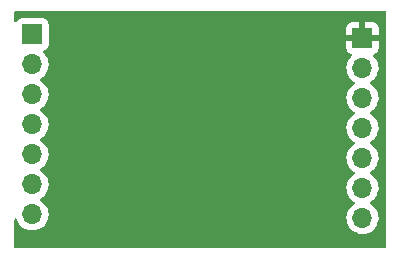
<source format=gbr>
%TF.GenerationSoftware,KiCad,Pcbnew,6.0.5-a6ca702e91~116~ubuntu20.04.1*%
%TF.CreationDate,2022-05-08T08:16:30-05:00*%
%TF.ProjectId,RFM69HW_Shield_v001,52464d36-3948-4575-9f53-6869656c645f,rev?*%
%TF.SameCoordinates,Original*%
%TF.FileFunction,Copper,L2,Bot*%
%TF.FilePolarity,Positive*%
%FSLAX46Y46*%
G04 Gerber Fmt 4.6, Leading zero omitted, Abs format (unit mm)*
G04 Created by KiCad (PCBNEW 6.0.5-a6ca702e91~116~ubuntu20.04.1) date 2022-05-08 08:16:30*
%MOMM*%
%LPD*%
G01*
G04 APERTURE LIST*
%TA.AperFunction,ComponentPad*%
%ADD10R,1.700000X1.700000*%
%TD*%
%TA.AperFunction,ComponentPad*%
%ADD11O,1.700000X1.700000*%
%TD*%
%TA.AperFunction,ViaPad*%
%ADD12C,0.800000*%
%TD*%
G04 APERTURE END LIST*
D10*
%TO.P,J1,1,Pin_1*%
%TO.N,VCC*%
X139700000Y-78300000D03*
D11*
%TO.P,J1,2,Pin_2*%
%TO.N,D4*%
X139700000Y-80840000D03*
%TO.P,J1,3,Pin_3*%
%TO.N,D3*%
X139700000Y-83380000D03*
%TO.P,J1,4,Pin_4*%
%TO.N,D13{slash}SCK*%
X139700000Y-85920000D03*
%TO.P,J1,5,Pin_5*%
%TO.N,D12{slash}MISO*%
X139700000Y-88460000D03*
%TO.P,J1,6,Pin_6*%
%TO.N,D2{slash}INT0*%
X139700000Y-91000000D03*
%TO.P,J1,7,Pin_7*%
%TO.N,A5{slash}SCL*%
X139700000Y-93540000D03*
%TD*%
D10*
%TO.P,J2,1,Pin_1*%
%TO.N,GND*%
X167640000Y-78600000D03*
D11*
%TO.P,J2,2,Pin_2*%
%TO.N,D5*%
X167640000Y-81140000D03*
%TO.P,J2,3,Pin_3*%
%TO.N,D7*%
X167640000Y-83680000D03*
%TO.P,J2,4,Pin_4*%
%TO.N,D9*%
X167640000Y-86220000D03*
%TO.P,J2,5,Pin_5*%
%TO.N,D10{slash}SS*%
X167640000Y-88760000D03*
%TO.P,J2,6,Pin_6*%
%TO.N,D11{slash}MOSI*%
X167640000Y-91300000D03*
%TO.P,J2,7,Pin_7*%
%TO.N,D6*%
X167640000Y-93840000D03*
%TD*%
D12*
%TO.N,GND*%
X147400000Y-81300000D03*
X147100000Y-85300000D03*
X159600000Y-78700000D03*
X158200000Y-78700000D03*
X148500000Y-81300000D03*
X148300000Y-85300000D03*
%TD*%
%TA.AperFunction,Conductor*%
%TO.N,GND*%
G36*
X169593621Y-76298502D02*
G01*
X169640114Y-76352158D01*
X169651500Y-76404500D01*
X169651500Y-96265500D01*
X169631498Y-96333621D01*
X169577842Y-96380114D01*
X169525500Y-96391500D01*
X138284500Y-96391500D01*
X138216379Y-96371498D01*
X138169886Y-96317842D01*
X138158500Y-96265500D01*
X138158500Y-94000020D01*
X138178502Y-93931899D01*
X138232158Y-93885406D01*
X138302432Y-93875302D01*
X138367012Y-93904796D01*
X138401243Y-93952616D01*
X138483266Y-94154616D01*
X138599987Y-94345088D01*
X138746250Y-94513938D01*
X138918126Y-94656632D01*
X139111000Y-94769338D01*
X139319692Y-94849030D01*
X139324760Y-94850061D01*
X139324763Y-94850062D01*
X139432017Y-94871883D01*
X139538597Y-94893567D01*
X139543772Y-94893757D01*
X139543774Y-94893757D01*
X139756673Y-94901564D01*
X139756677Y-94901564D01*
X139761837Y-94901753D01*
X139766957Y-94901097D01*
X139766959Y-94901097D01*
X139978288Y-94874025D01*
X139978289Y-94874025D01*
X139983416Y-94873368D01*
X139988366Y-94871883D01*
X140192429Y-94810661D01*
X140192434Y-94810659D01*
X140197384Y-94809174D01*
X140397994Y-94710896D01*
X140579860Y-94581173D01*
X140738096Y-94423489D01*
X140797594Y-94340689D01*
X140865435Y-94246277D01*
X140868453Y-94242077D01*
X140927335Y-94122939D01*
X140965136Y-94046453D01*
X140965137Y-94046451D01*
X140967430Y-94041811D01*
X141008513Y-93906590D01*
X141030865Y-93833023D01*
X141030865Y-93833021D01*
X141032370Y-93828069D01*
X141035184Y-93806695D01*
X166277251Y-93806695D01*
X166277548Y-93811848D01*
X166277548Y-93811851D01*
X166288398Y-94000020D01*
X166290110Y-94029715D01*
X166291247Y-94034761D01*
X166291248Y-94034767D01*
X166293882Y-94046453D01*
X166339222Y-94247639D01*
X166377461Y-94341811D01*
X166408923Y-94419292D01*
X166423266Y-94454616D01*
X166539987Y-94645088D01*
X166686250Y-94813938D01*
X166858126Y-94956632D01*
X167051000Y-95069338D01*
X167259692Y-95149030D01*
X167264760Y-95150061D01*
X167264763Y-95150062D01*
X167372017Y-95171883D01*
X167478597Y-95193567D01*
X167483772Y-95193757D01*
X167483774Y-95193757D01*
X167696673Y-95201564D01*
X167696677Y-95201564D01*
X167701837Y-95201753D01*
X167706957Y-95201097D01*
X167706959Y-95201097D01*
X167918288Y-95174025D01*
X167918289Y-95174025D01*
X167923416Y-95173368D01*
X167928366Y-95171883D01*
X168132429Y-95110661D01*
X168132434Y-95110659D01*
X168137384Y-95109174D01*
X168337994Y-95010896D01*
X168519860Y-94881173D01*
X168527693Y-94873368D01*
X168674435Y-94727137D01*
X168678096Y-94723489D01*
X168737594Y-94640689D01*
X168805435Y-94546277D01*
X168808453Y-94542077D01*
X168867063Y-94423489D01*
X168905136Y-94346453D01*
X168905137Y-94346451D01*
X168907430Y-94341811D01*
X168972370Y-94128069D01*
X169001529Y-93906590D01*
X169002047Y-93885406D01*
X169003074Y-93843365D01*
X169003074Y-93843361D01*
X169003156Y-93840000D01*
X168984852Y-93617361D01*
X168930431Y-93400702D01*
X168841354Y-93195840D01*
X168783053Y-93105720D01*
X168722822Y-93012617D01*
X168722820Y-93012614D01*
X168720014Y-93008277D01*
X168569670Y-92843051D01*
X168565619Y-92839852D01*
X168565615Y-92839848D01*
X168398414Y-92707800D01*
X168398410Y-92707798D01*
X168394359Y-92704598D01*
X168353053Y-92681796D01*
X168303084Y-92631364D01*
X168288312Y-92561921D01*
X168313428Y-92495516D01*
X168340780Y-92468909D01*
X168384603Y-92437650D01*
X168519860Y-92341173D01*
X168529704Y-92331364D01*
X168674435Y-92187137D01*
X168678096Y-92183489D01*
X168737594Y-92100689D01*
X168805435Y-92006277D01*
X168808453Y-92002077D01*
X168867063Y-91883489D01*
X168905136Y-91806453D01*
X168905137Y-91806451D01*
X168907430Y-91801811D01*
X168972370Y-91588069D01*
X169001529Y-91366590D01*
X169002047Y-91345406D01*
X169003074Y-91303365D01*
X169003074Y-91303361D01*
X169003156Y-91300000D01*
X168984852Y-91077361D01*
X168930431Y-90860702D01*
X168841354Y-90655840D01*
X168783053Y-90565720D01*
X168722822Y-90472617D01*
X168722820Y-90472614D01*
X168720014Y-90468277D01*
X168569670Y-90303051D01*
X168565619Y-90299852D01*
X168565615Y-90299848D01*
X168398414Y-90167800D01*
X168398410Y-90167798D01*
X168394359Y-90164598D01*
X168353053Y-90141796D01*
X168303084Y-90091364D01*
X168288312Y-90021921D01*
X168313428Y-89955516D01*
X168340780Y-89928909D01*
X168384603Y-89897650D01*
X168519860Y-89801173D01*
X168529704Y-89791364D01*
X168674435Y-89647137D01*
X168678096Y-89643489D01*
X168737594Y-89560689D01*
X168805435Y-89466277D01*
X168808453Y-89462077D01*
X168867063Y-89343489D01*
X168905136Y-89266453D01*
X168905137Y-89266451D01*
X168907430Y-89261811D01*
X168972370Y-89048069D01*
X169001529Y-88826590D01*
X169002047Y-88805406D01*
X169003074Y-88763365D01*
X169003074Y-88763361D01*
X169003156Y-88760000D01*
X168984852Y-88537361D01*
X168930431Y-88320702D01*
X168841354Y-88115840D01*
X168783053Y-88025720D01*
X168722822Y-87932617D01*
X168722820Y-87932614D01*
X168720014Y-87928277D01*
X168569670Y-87763051D01*
X168565619Y-87759852D01*
X168565615Y-87759848D01*
X168398414Y-87627800D01*
X168398410Y-87627798D01*
X168394359Y-87624598D01*
X168353053Y-87601796D01*
X168303084Y-87551364D01*
X168288312Y-87481921D01*
X168313428Y-87415516D01*
X168340780Y-87388909D01*
X168384603Y-87357650D01*
X168519860Y-87261173D01*
X168529704Y-87251364D01*
X168674435Y-87107137D01*
X168678096Y-87103489D01*
X168737594Y-87020689D01*
X168805435Y-86926277D01*
X168808453Y-86922077D01*
X168867063Y-86803489D01*
X168905136Y-86726453D01*
X168905137Y-86726451D01*
X168907430Y-86721811D01*
X168972370Y-86508069D01*
X169001529Y-86286590D01*
X169002047Y-86265406D01*
X169003074Y-86223365D01*
X169003074Y-86223361D01*
X169003156Y-86220000D01*
X168984852Y-85997361D01*
X168930431Y-85780702D01*
X168841354Y-85575840D01*
X168783053Y-85485720D01*
X168722822Y-85392617D01*
X168722820Y-85392614D01*
X168720014Y-85388277D01*
X168569670Y-85223051D01*
X168565619Y-85219852D01*
X168565615Y-85219848D01*
X168398414Y-85087800D01*
X168398410Y-85087798D01*
X168394359Y-85084598D01*
X168353053Y-85061796D01*
X168303084Y-85011364D01*
X168288312Y-84941921D01*
X168313428Y-84875516D01*
X168340780Y-84848909D01*
X168384603Y-84817650D01*
X168519860Y-84721173D01*
X168529704Y-84711364D01*
X168674435Y-84567137D01*
X168678096Y-84563489D01*
X168737594Y-84480689D01*
X168805435Y-84386277D01*
X168808453Y-84382077D01*
X168867063Y-84263489D01*
X168905136Y-84186453D01*
X168905137Y-84186451D01*
X168907430Y-84181811D01*
X168972370Y-83968069D01*
X169001529Y-83746590D01*
X169002047Y-83725406D01*
X169003074Y-83683365D01*
X169003074Y-83683361D01*
X169003156Y-83680000D01*
X168984852Y-83457361D01*
X168930431Y-83240702D01*
X168841354Y-83035840D01*
X168783053Y-82945720D01*
X168722822Y-82852617D01*
X168722820Y-82852614D01*
X168720014Y-82848277D01*
X168569670Y-82683051D01*
X168565619Y-82679852D01*
X168565615Y-82679848D01*
X168398414Y-82547800D01*
X168398410Y-82547798D01*
X168394359Y-82544598D01*
X168353053Y-82521796D01*
X168303084Y-82471364D01*
X168288312Y-82401921D01*
X168313428Y-82335516D01*
X168340780Y-82308909D01*
X168384603Y-82277650D01*
X168519860Y-82181173D01*
X168529704Y-82171364D01*
X168674435Y-82027137D01*
X168678096Y-82023489D01*
X168737594Y-81940689D01*
X168805435Y-81846277D01*
X168808453Y-81842077D01*
X168867063Y-81723489D01*
X168905136Y-81646453D01*
X168905137Y-81646451D01*
X168907430Y-81641811D01*
X168972370Y-81428069D01*
X169001529Y-81206590D01*
X169002047Y-81185406D01*
X169003074Y-81143365D01*
X169003074Y-81143361D01*
X169003156Y-81140000D01*
X168984852Y-80917361D01*
X168930431Y-80700702D01*
X168841354Y-80495840D01*
X168783053Y-80405720D01*
X168722822Y-80312617D01*
X168722820Y-80312614D01*
X168720014Y-80308277D01*
X168716540Y-80304459D01*
X168716533Y-80304450D01*
X168572435Y-80146088D01*
X168541383Y-80082242D01*
X168549779Y-80011744D01*
X168594956Y-79956976D01*
X168621400Y-79943307D01*
X168728052Y-79903325D01*
X168743649Y-79894786D01*
X168845724Y-79818285D01*
X168858285Y-79805724D01*
X168934786Y-79703649D01*
X168943324Y-79688054D01*
X168988478Y-79567606D01*
X168992105Y-79552351D01*
X168997631Y-79501486D01*
X168998000Y-79494672D01*
X168998000Y-78872115D01*
X168993525Y-78856876D01*
X168992135Y-78855671D01*
X168984452Y-78854000D01*
X166300116Y-78854000D01*
X166284877Y-78858475D01*
X166283672Y-78859865D01*
X166282001Y-78867548D01*
X166282001Y-79494669D01*
X166282371Y-79501490D01*
X166287895Y-79552352D01*
X166291521Y-79567604D01*
X166336676Y-79688054D01*
X166345214Y-79703649D01*
X166421715Y-79805724D01*
X166434276Y-79818285D01*
X166536351Y-79894786D01*
X166551946Y-79903324D01*
X166660827Y-79944142D01*
X166717591Y-79986784D01*
X166742291Y-80053345D01*
X166727083Y-80122694D01*
X166707691Y-80149175D01*
X166667252Y-80191492D01*
X166580629Y-80282138D01*
X166454743Y-80466680D01*
X166439003Y-80500590D01*
X166384800Y-80617361D01*
X166360688Y-80669305D01*
X166300989Y-80884570D01*
X166277251Y-81106695D01*
X166277548Y-81111848D01*
X166277548Y-81111851D01*
X166288398Y-81300020D01*
X166290110Y-81329715D01*
X166291247Y-81334761D01*
X166291248Y-81334767D01*
X166293882Y-81346453D01*
X166339222Y-81547639D01*
X166377461Y-81641811D01*
X166408923Y-81719292D01*
X166423266Y-81754616D01*
X166539987Y-81945088D01*
X166686250Y-82113938D01*
X166858126Y-82256632D01*
X166928595Y-82297811D01*
X166931445Y-82299476D01*
X166980169Y-82351114D01*
X166993240Y-82420897D01*
X166966509Y-82486669D01*
X166926055Y-82520027D01*
X166913607Y-82526507D01*
X166909474Y-82529610D01*
X166909471Y-82529612D01*
X166739100Y-82657530D01*
X166734965Y-82660635D01*
X166580629Y-82822138D01*
X166454743Y-83006680D01*
X166439003Y-83040590D01*
X166384800Y-83157361D01*
X166360688Y-83209305D01*
X166300989Y-83424570D01*
X166277251Y-83646695D01*
X166277548Y-83651848D01*
X166277548Y-83651851D01*
X166288398Y-83840020D01*
X166290110Y-83869715D01*
X166291247Y-83874761D01*
X166291248Y-83874767D01*
X166293882Y-83886453D01*
X166339222Y-84087639D01*
X166377461Y-84181811D01*
X166408923Y-84259292D01*
X166423266Y-84294616D01*
X166539987Y-84485088D01*
X166686250Y-84653938D01*
X166858126Y-84796632D01*
X166928595Y-84837811D01*
X166931445Y-84839476D01*
X166980169Y-84891114D01*
X166993240Y-84960897D01*
X166966509Y-85026669D01*
X166926055Y-85060027D01*
X166913607Y-85066507D01*
X166909474Y-85069610D01*
X166909471Y-85069612D01*
X166739100Y-85197530D01*
X166734965Y-85200635D01*
X166580629Y-85362138D01*
X166454743Y-85546680D01*
X166439003Y-85580590D01*
X166384800Y-85697361D01*
X166360688Y-85749305D01*
X166300989Y-85964570D01*
X166277251Y-86186695D01*
X166277548Y-86191848D01*
X166277548Y-86191851D01*
X166288398Y-86380020D01*
X166290110Y-86409715D01*
X166291247Y-86414761D01*
X166291248Y-86414767D01*
X166293882Y-86426453D01*
X166339222Y-86627639D01*
X166377461Y-86721811D01*
X166408923Y-86799292D01*
X166423266Y-86834616D01*
X166539987Y-87025088D01*
X166686250Y-87193938D01*
X166858126Y-87336632D01*
X166928595Y-87377811D01*
X166931445Y-87379476D01*
X166980169Y-87431114D01*
X166993240Y-87500897D01*
X166966509Y-87566669D01*
X166926055Y-87600027D01*
X166913607Y-87606507D01*
X166909474Y-87609610D01*
X166909471Y-87609612D01*
X166739100Y-87737530D01*
X166734965Y-87740635D01*
X166580629Y-87902138D01*
X166454743Y-88086680D01*
X166439003Y-88120590D01*
X166384800Y-88237361D01*
X166360688Y-88289305D01*
X166300989Y-88504570D01*
X166277251Y-88726695D01*
X166277548Y-88731848D01*
X166277548Y-88731851D01*
X166288398Y-88920020D01*
X166290110Y-88949715D01*
X166291247Y-88954761D01*
X166291248Y-88954767D01*
X166293882Y-88966453D01*
X166339222Y-89167639D01*
X166377461Y-89261811D01*
X166408923Y-89339292D01*
X166423266Y-89374616D01*
X166539987Y-89565088D01*
X166686250Y-89733938D01*
X166858126Y-89876632D01*
X166928595Y-89917811D01*
X166931445Y-89919476D01*
X166980169Y-89971114D01*
X166993240Y-90040897D01*
X166966509Y-90106669D01*
X166926055Y-90140027D01*
X166913607Y-90146507D01*
X166909474Y-90149610D01*
X166909471Y-90149612D01*
X166739100Y-90277530D01*
X166734965Y-90280635D01*
X166580629Y-90442138D01*
X166454743Y-90626680D01*
X166439003Y-90660590D01*
X166384800Y-90777361D01*
X166360688Y-90829305D01*
X166300989Y-91044570D01*
X166277251Y-91266695D01*
X166277548Y-91271848D01*
X166277548Y-91271851D01*
X166288398Y-91460020D01*
X166290110Y-91489715D01*
X166291247Y-91494761D01*
X166291248Y-91494767D01*
X166293882Y-91506453D01*
X166339222Y-91707639D01*
X166377461Y-91801811D01*
X166408923Y-91879292D01*
X166423266Y-91914616D01*
X166539987Y-92105088D01*
X166686250Y-92273938D01*
X166858126Y-92416632D01*
X166928595Y-92457811D01*
X166931445Y-92459476D01*
X166980169Y-92511114D01*
X166993240Y-92580897D01*
X166966509Y-92646669D01*
X166926055Y-92680027D01*
X166913607Y-92686507D01*
X166909474Y-92689610D01*
X166909471Y-92689612D01*
X166739100Y-92817530D01*
X166734965Y-92820635D01*
X166580629Y-92982138D01*
X166454743Y-93166680D01*
X166439003Y-93200590D01*
X166384800Y-93317361D01*
X166360688Y-93369305D01*
X166300989Y-93584570D01*
X166277251Y-93806695D01*
X141035184Y-93806695D01*
X141061529Y-93606590D01*
X141063156Y-93540000D01*
X141044852Y-93317361D01*
X140990431Y-93100702D01*
X140901354Y-92895840D01*
X140780014Y-92708277D01*
X140629670Y-92543051D01*
X140625619Y-92539852D01*
X140625615Y-92539848D01*
X140458414Y-92407800D01*
X140458410Y-92407798D01*
X140454359Y-92404598D01*
X140413053Y-92381796D01*
X140363084Y-92331364D01*
X140348312Y-92261921D01*
X140373428Y-92195516D01*
X140400780Y-92168909D01*
X140444603Y-92137650D01*
X140579860Y-92041173D01*
X140738096Y-91883489D01*
X140797594Y-91800689D01*
X140865435Y-91706277D01*
X140868453Y-91702077D01*
X140927335Y-91582939D01*
X140965136Y-91506453D01*
X140965137Y-91506451D01*
X140967430Y-91501811D01*
X141008513Y-91366590D01*
X141030865Y-91293023D01*
X141030865Y-91293021D01*
X141032370Y-91288069D01*
X141061529Y-91066590D01*
X141063156Y-91000000D01*
X141044852Y-90777361D01*
X140990431Y-90560702D01*
X140901354Y-90355840D01*
X140780014Y-90168277D01*
X140629670Y-90003051D01*
X140625619Y-89999852D01*
X140625615Y-89999848D01*
X140458414Y-89867800D01*
X140458410Y-89867798D01*
X140454359Y-89864598D01*
X140413053Y-89841796D01*
X140363084Y-89791364D01*
X140348312Y-89721921D01*
X140373428Y-89655516D01*
X140400780Y-89628909D01*
X140444603Y-89597650D01*
X140579860Y-89501173D01*
X140738096Y-89343489D01*
X140797594Y-89260689D01*
X140865435Y-89166277D01*
X140868453Y-89162077D01*
X140927335Y-89042939D01*
X140965136Y-88966453D01*
X140965137Y-88966451D01*
X140967430Y-88961811D01*
X141008513Y-88826590D01*
X141030865Y-88753023D01*
X141030865Y-88753021D01*
X141032370Y-88748069D01*
X141061529Y-88526590D01*
X141063156Y-88460000D01*
X141044852Y-88237361D01*
X140990431Y-88020702D01*
X140901354Y-87815840D01*
X140780014Y-87628277D01*
X140629670Y-87463051D01*
X140625619Y-87459852D01*
X140625615Y-87459848D01*
X140458414Y-87327800D01*
X140458410Y-87327798D01*
X140454359Y-87324598D01*
X140413053Y-87301796D01*
X140363084Y-87251364D01*
X140348312Y-87181921D01*
X140373428Y-87115516D01*
X140400780Y-87088909D01*
X140444603Y-87057650D01*
X140579860Y-86961173D01*
X140738096Y-86803489D01*
X140797594Y-86720689D01*
X140865435Y-86626277D01*
X140868453Y-86622077D01*
X140927335Y-86502939D01*
X140965136Y-86426453D01*
X140965137Y-86426451D01*
X140967430Y-86421811D01*
X141008513Y-86286590D01*
X141030865Y-86213023D01*
X141030865Y-86213021D01*
X141032370Y-86208069D01*
X141061529Y-85986590D01*
X141063156Y-85920000D01*
X141044852Y-85697361D01*
X140990431Y-85480702D01*
X140901354Y-85275840D01*
X140780014Y-85088277D01*
X140629670Y-84923051D01*
X140625619Y-84919852D01*
X140625615Y-84919848D01*
X140458414Y-84787800D01*
X140458410Y-84787798D01*
X140454359Y-84784598D01*
X140413053Y-84761796D01*
X140363084Y-84711364D01*
X140348312Y-84641921D01*
X140373428Y-84575516D01*
X140400780Y-84548909D01*
X140444603Y-84517650D01*
X140579860Y-84421173D01*
X140738096Y-84263489D01*
X140797594Y-84180689D01*
X140865435Y-84086277D01*
X140868453Y-84082077D01*
X140927335Y-83962939D01*
X140965136Y-83886453D01*
X140965137Y-83886451D01*
X140967430Y-83881811D01*
X141008513Y-83746590D01*
X141030865Y-83673023D01*
X141030865Y-83673021D01*
X141032370Y-83668069D01*
X141061529Y-83446590D01*
X141063156Y-83380000D01*
X141044852Y-83157361D01*
X140990431Y-82940702D01*
X140901354Y-82735840D01*
X140780014Y-82548277D01*
X140629670Y-82383051D01*
X140625619Y-82379852D01*
X140625615Y-82379848D01*
X140458414Y-82247800D01*
X140458410Y-82247798D01*
X140454359Y-82244598D01*
X140413053Y-82221796D01*
X140363084Y-82171364D01*
X140348312Y-82101921D01*
X140373428Y-82035516D01*
X140400780Y-82008909D01*
X140444603Y-81977650D01*
X140579860Y-81881173D01*
X140738096Y-81723489D01*
X140797594Y-81640689D01*
X140865435Y-81546277D01*
X140868453Y-81542077D01*
X140927335Y-81422939D01*
X140965136Y-81346453D01*
X140965137Y-81346451D01*
X140967430Y-81341811D01*
X141008513Y-81206590D01*
X141030865Y-81133023D01*
X141030865Y-81133021D01*
X141032370Y-81128069D01*
X141061529Y-80906590D01*
X141063156Y-80840000D01*
X141044852Y-80617361D01*
X140990431Y-80400702D01*
X140901354Y-80195840D01*
X140780014Y-80008277D01*
X140760205Y-79986507D01*
X140632798Y-79846488D01*
X140601746Y-79782642D01*
X140610141Y-79712143D01*
X140655317Y-79657375D01*
X140681761Y-79643706D01*
X140788297Y-79603767D01*
X140796705Y-79600615D01*
X140913261Y-79513261D01*
X141000615Y-79396705D01*
X141051745Y-79260316D01*
X141058500Y-79198134D01*
X141058500Y-78327885D01*
X166282000Y-78327885D01*
X166286475Y-78343124D01*
X166287865Y-78344329D01*
X166295548Y-78346000D01*
X167367885Y-78346000D01*
X167383124Y-78341525D01*
X167384329Y-78340135D01*
X167386000Y-78332452D01*
X167386000Y-78327885D01*
X167894000Y-78327885D01*
X167898475Y-78343124D01*
X167899865Y-78344329D01*
X167907548Y-78346000D01*
X168979884Y-78346000D01*
X168995123Y-78341525D01*
X168996328Y-78340135D01*
X168997999Y-78332452D01*
X168997999Y-77705331D01*
X168997629Y-77698510D01*
X168992105Y-77647648D01*
X168988479Y-77632396D01*
X168943324Y-77511946D01*
X168934786Y-77496351D01*
X168858285Y-77394276D01*
X168845724Y-77381715D01*
X168743649Y-77305214D01*
X168728054Y-77296676D01*
X168607606Y-77251522D01*
X168592351Y-77247895D01*
X168541486Y-77242369D01*
X168534672Y-77242000D01*
X167912115Y-77242000D01*
X167896876Y-77246475D01*
X167895671Y-77247865D01*
X167894000Y-77255548D01*
X167894000Y-78327885D01*
X167386000Y-78327885D01*
X167386000Y-77260116D01*
X167381525Y-77244877D01*
X167380135Y-77243672D01*
X167372452Y-77242001D01*
X166745331Y-77242001D01*
X166738510Y-77242371D01*
X166687648Y-77247895D01*
X166672396Y-77251521D01*
X166551946Y-77296676D01*
X166536351Y-77305214D01*
X166434276Y-77381715D01*
X166421715Y-77394276D01*
X166345214Y-77496351D01*
X166336676Y-77511946D01*
X166291522Y-77632394D01*
X166287895Y-77647649D01*
X166282369Y-77698514D01*
X166282000Y-77705328D01*
X166282000Y-78327885D01*
X141058500Y-78327885D01*
X141058500Y-77401866D01*
X141051745Y-77339684D01*
X141000615Y-77203295D01*
X140913261Y-77086739D01*
X140796705Y-76999385D01*
X140660316Y-76948255D01*
X140598134Y-76941500D01*
X138801866Y-76941500D01*
X138739684Y-76948255D01*
X138603295Y-76999385D01*
X138486739Y-77086739D01*
X138399385Y-77203295D01*
X138396236Y-77211696D01*
X138395019Y-77213918D01*
X138344760Y-77264064D01*
X138275369Y-77279077D01*
X138208877Y-77254191D01*
X138166395Y-77197307D01*
X138158500Y-77153408D01*
X138158500Y-76404500D01*
X138178502Y-76336379D01*
X138232158Y-76289886D01*
X138284500Y-76278500D01*
X169525500Y-76278500D01*
X169593621Y-76298502D01*
G37*
%TD.AperFunction*%
%TD*%
M02*

</source>
